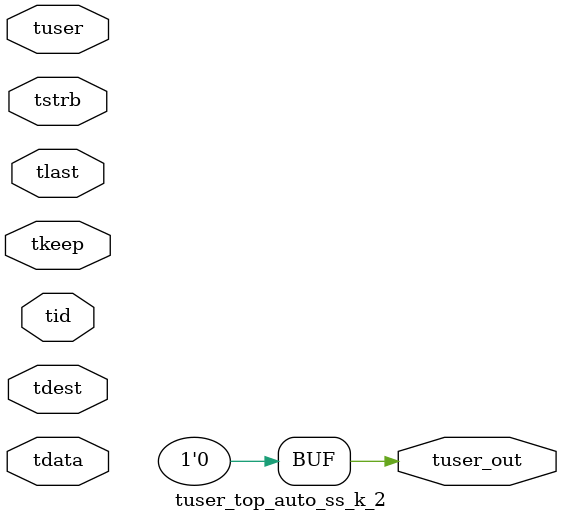
<source format=v>


`timescale 1ps/1ps

module tuser_top_auto_ss_k_2 #
(
parameter C_S_AXIS_TUSER_WIDTH = 1,
parameter C_S_AXIS_TDATA_WIDTH = 32,
parameter C_S_AXIS_TID_WIDTH   = 0,
parameter C_S_AXIS_TDEST_WIDTH = 0,
parameter C_M_AXIS_TUSER_WIDTH = 1
)
(
input  [(C_S_AXIS_TUSER_WIDTH == 0 ? 1 : C_S_AXIS_TUSER_WIDTH)-1:0     ] tuser,
input  [(C_S_AXIS_TDATA_WIDTH == 0 ? 1 : C_S_AXIS_TDATA_WIDTH)-1:0     ] tdata,
input  [(C_S_AXIS_TID_WIDTH   == 0 ? 1 : C_S_AXIS_TID_WIDTH)-1:0       ] tid,
input  [(C_S_AXIS_TDEST_WIDTH == 0 ? 1 : C_S_AXIS_TDEST_WIDTH)-1:0     ] tdest,
input  [(C_S_AXIS_TDATA_WIDTH/8)-1:0 ] tkeep,
input  [(C_S_AXIS_TDATA_WIDTH/8)-1:0 ] tstrb,
input                                                                    tlast,
output [C_M_AXIS_TUSER_WIDTH-1:0] tuser_out
);

assign tuser_out = {1'b0};

endmodule


</source>
